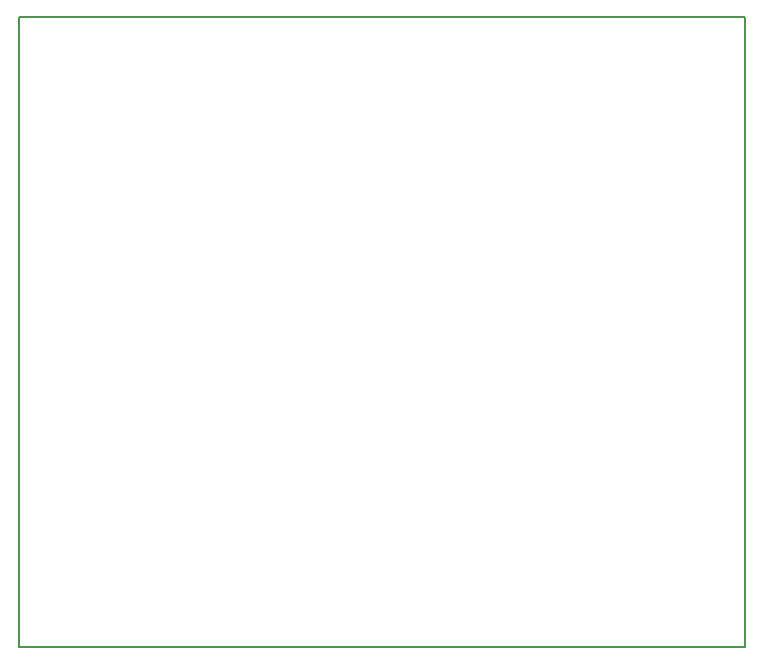
<source format=gbr>
%TF.GenerationSoftware,KiCad,Pcbnew,9.0.1*%
%TF.CreationDate,2025-05-04T07:23:12+02:00*%
%TF.ProjectId,clock-module,636c6f63-6b2d-46d6-9f64-756c652e6b69,rev?*%
%TF.SameCoordinates,Original*%
%TF.FileFunction,Profile,NP*%
%FSLAX46Y46*%
G04 Gerber Fmt 4.6, Leading zero omitted, Abs format (unit mm)*
G04 Created by KiCad (PCBNEW 9.0.1) date 2025-05-04 07:23:12*
%MOMM*%
%LPD*%
G01*
G04 APERTURE LIST*
%TA.AperFunction,Profile*%
%ADD10C,0.200000*%
%TD*%
G04 APERTURE END LIST*
D10*
X99498400Y-57614000D02*
X160919200Y-57614000D01*
X160919200Y-110931600D01*
X99498400Y-110931600D01*
X99498400Y-57614000D01*
M02*

</source>
